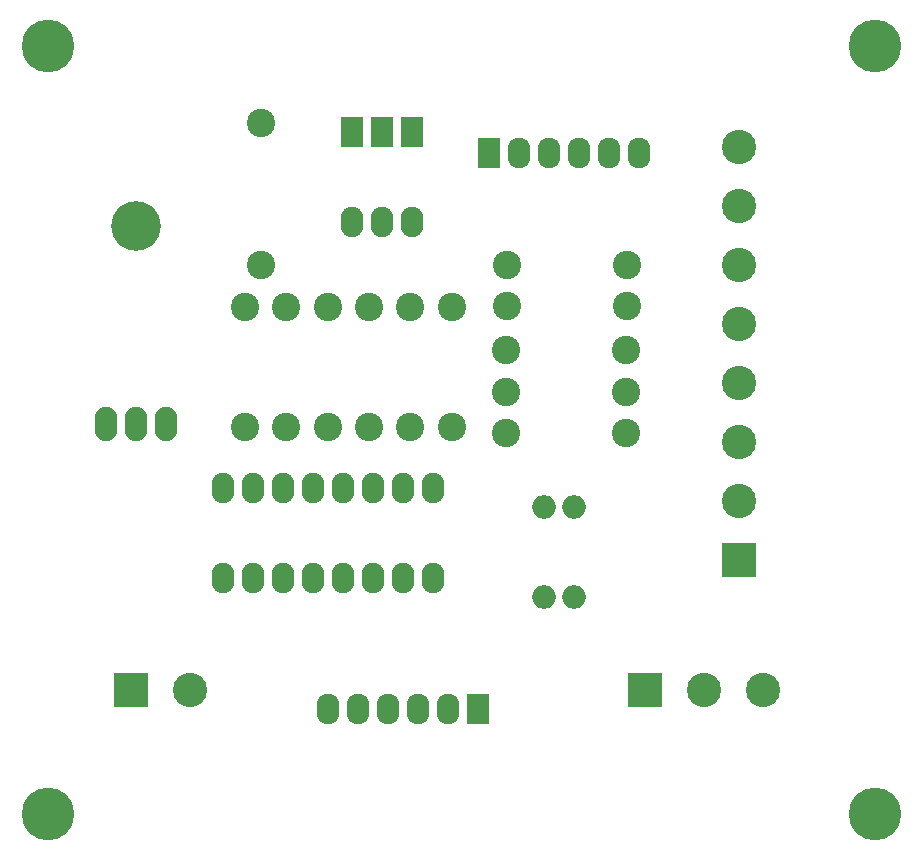
<source format=gbr>
G04 #@! TF.FileFunction,Soldermask,Top*
%FSLAX46Y46*%
G04 Gerber Fmt 4.6, Leading zero omitted, Abs format (unit mm)*
G04 Created by KiCad (PCBNEW 4.0.1-stable) date 26/09/2016 04:38:14 p. m.*
%MOMM*%
G01*
G04 APERTURE LIST*
%ADD10C,0.100000*%
%ADD11C,2.400000*%
%ADD12O,1.924000X2.597100*%
%ADD13R,1.924000X2.597100*%
%ADD14C,2.900000*%
%ADD15R,2.900000X2.900000*%
%ADD16O,1.901140X2.899360*%
%ADD17C,4.199840*%
%ADD18C,2.398980*%
%ADD19R,1.898600X2.597100*%
%ADD20O,1.898600X2.597100*%
%ADD21O,1.901140X2.599640*%
%ADD22O,2.000000X2.000000*%
%ADD23C,4.464000*%
G04 APERTURE END LIST*
D10*
D11*
X135500000Y-71000000D03*
X135500000Y-59000000D03*
D12*
X162420000Y-61500000D03*
X159880000Y-61500000D03*
X167500000Y-61500000D03*
X164960000Y-61500000D03*
D13*
X154800000Y-61500000D03*
D12*
X157340000Y-61500000D03*
X146230000Y-108576200D03*
X148770000Y-108576200D03*
X141150000Y-108576200D03*
X143690000Y-108576200D03*
D13*
X153850000Y-108576200D03*
D12*
X151310000Y-108576200D03*
D14*
X178000000Y-107000000D03*
D15*
X168000000Y-107000000D03*
D14*
X173000000Y-107000000D03*
D15*
X124500000Y-107000000D03*
D14*
X129500000Y-107000000D03*
X176000000Y-61000000D03*
X176000000Y-66000000D03*
X176000000Y-71000000D03*
X176000000Y-76000000D03*
X176000000Y-81000000D03*
X176000000Y-86000000D03*
D15*
X176000000Y-96000000D03*
D14*
X176000000Y-91000000D03*
D16*
X124960000Y-84500000D03*
X122420000Y-84500000D03*
X127500000Y-84500000D03*
D17*
X124960000Y-67736000D03*
D18*
X151647000Y-84730500D03*
X151647000Y-74570500D03*
X148147000Y-84730500D03*
X148147000Y-74570500D03*
X144647000Y-84730500D03*
X144647000Y-74570500D03*
X141147000Y-84730500D03*
X141147000Y-74570500D03*
X137647000Y-84730500D03*
X137647000Y-74570500D03*
X134147000Y-84730500D03*
X134147000Y-74570500D03*
X166500000Y-71000000D03*
X156340000Y-71000000D03*
X166500000Y-74500000D03*
X156340000Y-74500000D03*
X166376000Y-78237600D03*
X156216000Y-78237600D03*
X166376000Y-81737600D03*
X156216000Y-81737600D03*
X166376000Y-85238000D03*
X156216000Y-85238000D03*
D19*
X148250000Y-59750000D03*
D20*
X148250000Y-67370000D03*
D19*
X145750000Y-59750000D03*
D20*
X145750000Y-67370000D03*
D19*
X143250000Y-59750000D03*
D20*
X143250000Y-67370000D03*
D21*
X132260000Y-97500000D03*
X134800000Y-97500000D03*
X137340000Y-97500000D03*
X139880000Y-97500000D03*
X142420000Y-97500000D03*
X144960000Y-97500000D03*
X147500000Y-97500000D03*
X150040000Y-97500000D03*
X150040000Y-89880000D03*
X147500000Y-89880000D03*
X144960000Y-89880000D03*
X142420000Y-89880000D03*
X139880000Y-89880000D03*
X137340000Y-89880000D03*
X134800000Y-89880000D03*
X132260000Y-89880000D03*
D22*
X162040000Y-91500000D03*
X159500000Y-91500000D03*
X159500000Y-99120000D03*
X162040000Y-99120000D03*
D23*
X117500000Y-117500000D03*
X187500000Y-117500000D03*
X187500000Y-52500000D03*
X117500000Y-52500000D03*
M02*

</source>
